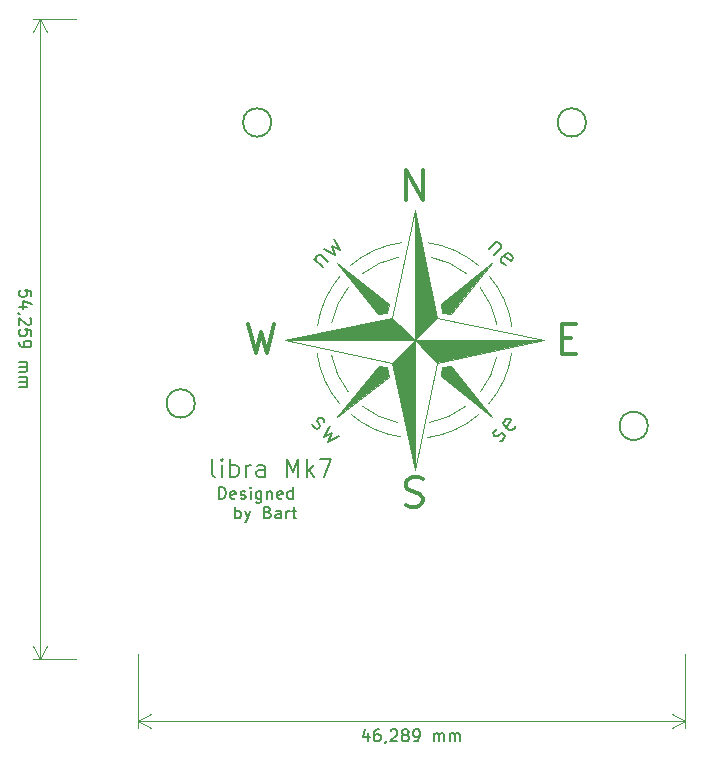
<source format=gbr>
G04 #@! TF.GenerationSoftware,KiCad,Pcbnew,5.1.8-1.fc33*
G04 #@! TF.CreationDate,2021-08-02T18:47:43+02:00*
G04 #@! TF.ProjectId,base24mm,62617365-3234-46d6-9d2e-6b696361645f,v2*
G04 #@! TF.SameCoordinates,Original*
G04 #@! TF.FileFunction,Legend,Top*
G04 #@! TF.FilePolarity,Positive*
%FSLAX46Y46*%
G04 Gerber Fmt 4.6, Leading zero omitted, Abs format (unit mm)*
G04 Created by KiCad (PCBNEW 5.1.8-1.fc33) date 2021-08-02 18:47:43*
%MOMM*%
%LPD*%
G01*
G04 APERTURE LIST*
%ADD10C,0.120000*%
%ADD11C,0.150000*%
%ADD12C,0.300000*%
%ADD13C,0.100000*%
%ADD14C,0.200000*%
G04 APERTURE END LIST*
D10*
X226573344Y-118226301D02*
G75*
G02*
X227975000Y-121325000I-5598344J-4398699D01*
G01*
X225373699Y-128223344D02*
G75*
G02*
X222275000Y-129625000I-4398699J5598344D01*
G01*
X215376656Y-127023699D02*
G75*
G02*
X213975000Y-123925000I5598344J4398699D01*
G01*
X216576301Y-117026656D02*
G75*
G02*
X219675000Y-115625000I4398699J-5598344D01*
G01*
X222398743Y-115631176D02*
G75*
G02*
X225400000Y-117025000I-1423743J-6993824D01*
G01*
X227968824Y-124048743D02*
G75*
G02*
X226575000Y-127050000I-6993824J1423743D01*
G01*
X219551257Y-129618824D02*
G75*
G02*
X216550000Y-128225000I1423743J6993824D01*
G01*
X213981176Y-121201257D02*
G75*
G02*
X215375000Y-118200000I6993824J-1423743D01*
G01*
X227320073Y-117229226D02*
G75*
G02*
X229250000Y-121525000I-6320073J-5420774D01*
G01*
X226420774Y-128970073D02*
G75*
G02*
X222125000Y-130900000I-5420774J6320073D01*
G01*
X214679927Y-128070774D02*
G75*
G02*
X212750000Y-123775000I6320073J5420774D01*
G01*
X215579226Y-116329927D02*
G75*
G02*
X219875000Y-114400000I5420774J-6320073D01*
G01*
X222169648Y-114410262D02*
G75*
G02*
X226400000Y-116325000I-1169648J-8214738D01*
G01*
X229214738Y-123794648D02*
G75*
G02*
X227300000Y-128025000I-8214738J1169648D01*
G01*
X219830352Y-130839738D02*
G75*
G02*
X215600000Y-128925000I1169648J8214738D01*
G01*
X212785262Y-121455352D02*
G75*
G02*
X214700000Y-117225000I8214738J-1169648D01*
G01*
D11*
X227995431Y-114265862D02*
X227288324Y-114972969D01*
X227894416Y-114366877D02*
X227995431Y-114366877D01*
X228146954Y-114417385D01*
X228298477Y-114568908D01*
X228348984Y-114720431D01*
X228298477Y-114871954D01*
X227742893Y-115427538D01*
X228702538Y-116286167D02*
X228551015Y-116235660D01*
X228348984Y-116033629D01*
X228298477Y-115882106D01*
X228348984Y-115730583D01*
X228753045Y-115326522D01*
X228904568Y-115276015D01*
X229056091Y-115326522D01*
X229258122Y-115528553D01*
X229308629Y-115680076D01*
X229258122Y-115831599D01*
X229157106Y-115932614D01*
X228551015Y-115528553D01*
X228222461Y-131211167D02*
X228373984Y-131160660D01*
X228576015Y-130958629D01*
X228626522Y-130807106D01*
X228576015Y-130655583D01*
X228525507Y-130605076D01*
X228373984Y-130554568D01*
X228222461Y-130605076D01*
X228070938Y-130756599D01*
X227919416Y-130807106D01*
X227767893Y-130756599D01*
X227717385Y-130706091D01*
X227666877Y-130554568D01*
X227717385Y-130403045D01*
X227868908Y-130251522D01*
X228020431Y-130201015D01*
X229535660Y-129897969D02*
X229485152Y-130049492D01*
X229283122Y-130251522D01*
X229131599Y-130302030D01*
X228980076Y-130251522D01*
X228576015Y-129847461D01*
X228525507Y-129695938D01*
X228576015Y-129544416D01*
X228778045Y-129342385D01*
X228929568Y-129291877D01*
X229081091Y-129342385D01*
X229182106Y-129443400D01*
X228778045Y-130049492D01*
X212337816Y-129771446D02*
X212388324Y-129922969D01*
X212590355Y-130125000D01*
X212741877Y-130175507D01*
X212893400Y-130125000D01*
X212943908Y-130074492D01*
X212994416Y-129922969D01*
X212943908Y-129771446D01*
X212792385Y-129619923D01*
X212741877Y-129468400D01*
X212792385Y-129316877D01*
X212842893Y-129266370D01*
X212994416Y-129215862D01*
X213145938Y-129266370D01*
X213297461Y-129417893D01*
X213347969Y-129569416D01*
X213802538Y-129922969D02*
X213297461Y-130832106D01*
X214004568Y-130529061D01*
X213701522Y-131236167D01*
X214610660Y-130731091D01*
X212514847Y-115755583D02*
X213221954Y-116462690D01*
X212615862Y-115856599D02*
X212615862Y-115755583D01*
X212666370Y-115604061D01*
X212817893Y-115452538D01*
X212969416Y-115402030D01*
X213120938Y-115452538D01*
X213676522Y-116008122D01*
X213373477Y-114896954D02*
X214282614Y-115402030D01*
X213979568Y-114694923D01*
X214686675Y-114997969D01*
X214181599Y-114088832D01*
D12*
X233454285Y-122481428D02*
X234287619Y-122481428D01*
X234644761Y-123790952D02*
X233454285Y-123790952D01*
X233454285Y-121290952D01*
X234644761Y-121290952D01*
X220275714Y-136651904D02*
X220632857Y-136770952D01*
X221228095Y-136770952D01*
X221466190Y-136651904D01*
X221585238Y-136532857D01*
X221704285Y-136294761D01*
X221704285Y-136056666D01*
X221585238Y-135818571D01*
X221466190Y-135699523D01*
X221228095Y-135580476D01*
X220751904Y-135461428D01*
X220513809Y-135342380D01*
X220394761Y-135223333D01*
X220275714Y-134985238D01*
X220275714Y-134747142D01*
X220394761Y-134509047D01*
X220513809Y-134390000D01*
X220751904Y-134270952D01*
X221347142Y-134270952D01*
X221704285Y-134390000D01*
X206938571Y-121270952D02*
X207533809Y-123770952D01*
X208010000Y-121985238D01*
X208486190Y-123770952D01*
X209081428Y-121270952D01*
X220285714Y-110780952D02*
X220285714Y-108280952D01*
X221714285Y-110780952D01*
X221714285Y-108280952D01*
D10*
X223300000Y-120350000D02*
X223200000Y-119550000D01*
X223300000Y-120350000D02*
X224050000Y-120450000D01*
D13*
G36*
X224050000Y-120450000D02*
G01*
X223300000Y-120350000D01*
X223200000Y-119550000D01*
X227550000Y-116100000D01*
X224050000Y-120450000D01*
G37*
X224050000Y-120450000D02*
X223300000Y-120350000D01*
X223200000Y-119550000D01*
X227550000Y-116100000D01*
X224050000Y-120450000D01*
D10*
X227550000Y-116100000D02*
X224050000Y-120450000D01*
X223200000Y-119550000D02*
X227550000Y-116100000D01*
X223300000Y-124950000D02*
X224100000Y-124850000D01*
X223300000Y-124950000D02*
X223200000Y-125700000D01*
D13*
G36*
X227550000Y-129200000D02*
G01*
X223200000Y-125700000D01*
X223300000Y-124950000D01*
X224100000Y-124850000D01*
X227550000Y-129200000D01*
G37*
X227550000Y-129200000D02*
X223200000Y-125700000D01*
X223300000Y-124950000D01*
X224100000Y-124850000D01*
X227550000Y-129200000D01*
D10*
X227550000Y-129200000D02*
X223200000Y-125700000D01*
X224100000Y-124850000D02*
X227550000Y-129200000D01*
X218700000Y-124950000D02*
X218800000Y-125750000D01*
X218700000Y-124950000D02*
X217950000Y-124850000D01*
D13*
G36*
X218700000Y-124950000D02*
G01*
X218800000Y-125750000D01*
X214450000Y-129200000D01*
X217950000Y-124850000D01*
X218700000Y-124950000D01*
G37*
X218700000Y-124950000D02*
X218800000Y-125750000D01*
X214450000Y-129200000D01*
X217950000Y-124850000D01*
X218700000Y-124950000D01*
D10*
X214450000Y-129200000D02*
X217950000Y-124850000D01*
X218800000Y-125750000D02*
X214450000Y-129200000D01*
D13*
G36*
X218800000Y-119600000D02*
G01*
X218700000Y-120350000D01*
X217900000Y-120450000D01*
X214450000Y-116100000D01*
X218800000Y-119600000D01*
G37*
X218800000Y-119600000D02*
X218700000Y-120350000D01*
X217900000Y-120450000D01*
X214450000Y-116100000D01*
X218800000Y-119600000D01*
D10*
X214450000Y-116100000D02*
X218800000Y-119600000D01*
X217900000Y-120450000D02*
X214450000Y-116100000D01*
X218700000Y-120350000D02*
X218800000Y-119600000D01*
X218700000Y-120350000D02*
X217900000Y-120450000D01*
X221000000Y-122650000D02*
X222900000Y-124550000D01*
X222900000Y-120750000D02*
X232000000Y-122650000D01*
X232000000Y-122650000D02*
X222900000Y-124550000D01*
D13*
G36*
X222900000Y-124550000D02*
G01*
X221000000Y-122650000D01*
X232000000Y-122650000D01*
X222900000Y-124550000D01*
G37*
X222900000Y-124550000D02*
X221000000Y-122650000D01*
X232000000Y-122650000D01*
X222900000Y-124550000D01*
D10*
X221000000Y-122650000D02*
X222900000Y-120750000D01*
X221000000Y-122650000D02*
X219100000Y-124550000D01*
X222900000Y-124550000D02*
X221000000Y-133650000D01*
X221000000Y-133650000D02*
X219100000Y-124550000D01*
D13*
G36*
X221000000Y-133650000D02*
G01*
X219100000Y-124550000D01*
X221000000Y-122650000D01*
X221000000Y-133650000D01*
G37*
X221000000Y-133650000D02*
X219100000Y-124550000D01*
X221000000Y-122650000D01*
X221000000Y-133650000D01*
D10*
X221000000Y-122650000D02*
X222900000Y-124550000D01*
X221000000Y-122650000D02*
X219100000Y-120750000D01*
X219100000Y-124550000D02*
X210000000Y-122650000D01*
X210000000Y-122650000D02*
X219100000Y-120750000D01*
D13*
G36*
X221000000Y-122650000D02*
G01*
X210000000Y-122650000D01*
X219100000Y-120750000D01*
X221000000Y-122650000D01*
G37*
X221000000Y-122650000D02*
X210000000Y-122650000D01*
X219100000Y-120750000D01*
X221000000Y-122650000D01*
D10*
X221000000Y-122650000D02*
X219100000Y-124550000D01*
D13*
G36*
X222900000Y-120750000D02*
G01*
X221000000Y-122650000D01*
X221000000Y-111650000D01*
X222900000Y-120750000D01*
G37*
X222900000Y-120750000D02*
X221000000Y-122650000D01*
X221000000Y-111650000D01*
X222900000Y-120750000D01*
D10*
X221000000Y-111650000D02*
X222900000Y-120750000D01*
X219100000Y-120750000D02*
X221000000Y-111650000D01*
X221000000Y-122650000D02*
X222900000Y-120750000D01*
X221000000Y-122650000D02*
X219100000Y-120750000D01*
D11*
X217074573Y-155947454D02*
X217074573Y-156614120D01*
X216836478Y-155566501D02*
X216598382Y-156280787D01*
X217217430Y-156280787D01*
X218026954Y-155614120D02*
X217836478Y-155614120D01*
X217741240Y-155661740D01*
X217693620Y-155709359D01*
X217598382Y-155852216D01*
X217550763Y-156042692D01*
X217550763Y-156423644D01*
X217598382Y-156518882D01*
X217646001Y-156566501D01*
X217741240Y-156614120D01*
X217931716Y-156614120D01*
X218026954Y-156566501D01*
X218074573Y-156518882D01*
X218122192Y-156423644D01*
X218122192Y-156185549D01*
X218074573Y-156090311D01*
X218026954Y-156042692D01*
X217931716Y-155995073D01*
X217741240Y-155995073D01*
X217646001Y-156042692D01*
X217598382Y-156090311D01*
X217550763Y-156185549D01*
X218598382Y-156566501D02*
X218598382Y-156614120D01*
X218550763Y-156709359D01*
X218503144Y-156756978D01*
X218979335Y-155709359D02*
X219026954Y-155661740D01*
X219122192Y-155614120D01*
X219360287Y-155614120D01*
X219455525Y-155661740D01*
X219503144Y-155709359D01*
X219550763Y-155804597D01*
X219550763Y-155899835D01*
X219503144Y-156042692D01*
X218931716Y-156614120D01*
X219550763Y-156614120D01*
X220122192Y-156042692D02*
X220026954Y-155995073D01*
X219979335Y-155947454D01*
X219931716Y-155852216D01*
X219931716Y-155804597D01*
X219979335Y-155709359D01*
X220026954Y-155661740D01*
X220122192Y-155614120D01*
X220312668Y-155614120D01*
X220407906Y-155661740D01*
X220455525Y-155709359D01*
X220503144Y-155804597D01*
X220503144Y-155852216D01*
X220455525Y-155947454D01*
X220407906Y-155995073D01*
X220312668Y-156042692D01*
X220122192Y-156042692D01*
X220026954Y-156090311D01*
X219979335Y-156137930D01*
X219931716Y-156233168D01*
X219931716Y-156423644D01*
X219979335Y-156518882D01*
X220026954Y-156566501D01*
X220122192Y-156614120D01*
X220312668Y-156614120D01*
X220407906Y-156566501D01*
X220455525Y-156518882D01*
X220503144Y-156423644D01*
X220503144Y-156233168D01*
X220455525Y-156137930D01*
X220407906Y-156090311D01*
X220312668Y-156042692D01*
X220979335Y-156614120D02*
X221169811Y-156614120D01*
X221265049Y-156566501D01*
X221312668Y-156518882D01*
X221407906Y-156376025D01*
X221455525Y-156185549D01*
X221455525Y-155804597D01*
X221407906Y-155709359D01*
X221360287Y-155661740D01*
X221265049Y-155614120D01*
X221074573Y-155614120D01*
X220979335Y-155661740D01*
X220931716Y-155709359D01*
X220884097Y-155804597D01*
X220884097Y-156042692D01*
X220931716Y-156137930D01*
X220979335Y-156185549D01*
X221074573Y-156233168D01*
X221265049Y-156233168D01*
X221360287Y-156185549D01*
X221407906Y-156137930D01*
X221455525Y-156042692D01*
X222646001Y-156614120D02*
X222646001Y-155947454D01*
X222646001Y-156042692D02*
X222693620Y-155995073D01*
X222788859Y-155947454D01*
X222931716Y-155947454D01*
X223026954Y-155995073D01*
X223074573Y-156090311D01*
X223074573Y-156614120D01*
X223074573Y-156090311D02*
X223122192Y-155995073D01*
X223217430Y-155947454D01*
X223360287Y-155947454D01*
X223455525Y-155995073D01*
X223503144Y-156090311D01*
X223503144Y-156614120D01*
X223979335Y-156614120D02*
X223979335Y-155947454D01*
X223979335Y-156042692D02*
X224026954Y-155995073D01*
X224122192Y-155947454D01*
X224265049Y-155947454D01*
X224360287Y-155995073D01*
X224407906Y-156090311D01*
X224407906Y-156614120D01*
X224407906Y-156090311D02*
X224455525Y-155995073D01*
X224550763Y-155947454D01*
X224693620Y-155947454D01*
X224788859Y-155995073D01*
X224836478Y-156090311D01*
X224836478Y-156614120D01*
D10*
X197596760Y-154891740D02*
X243885720Y-154891740D01*
X197596760Y-149263100D02*
X197596760Y-155478161D01*
X243885720Y-149263100D02*
X243885720Y-155478161D01*
X243885720Y-154891740D02*
X242759216Y-155478161D01*
X243885720Y-154891740D02*
X242759216Y-154305319D01*
X197596760Y-154891740D02*
X198723264Y-155478161D01*
X197596760Y-154891740D02*
X198723264Y-154305319D01*
D11*
X188535560Y-118941032D02*
X188535560Y-118464841D01*
X188059369Y-118417222D01*
X188106988Y-118464841D01*
X188154607Y-118560080D01*
X188154607Y-118798175D01*
X188106988Y-118893413D01*
X188059369Y-118941032D01*
X187964131Y-118988651D01*
X187726036Y-118988651D01*
X187630798Y-118941032D01*
X187583179Y-118893413D01*
X187535560Y-118798175D01*
X187535560Y-118560080D01*
X187583179Y-118464841D01*
X187630798Y-118417222D01*
X188202226Y-119845794D02*
X187535560Y-119845794D01*
X188583179Y-119607699D02*
X187868893Y-119369603D01*
X187868893Y-119988651D01*
X187583179Y-120417222D02*
X187535560Y-120417222D01*
X187440321Y-120369603D01*
X187392702Y-120321984D01*
X188440321Y-120798175D02*
X188487941Y-120845794D01*
X188535560Y-120941032D01*
X188535560Y-121179127D01*
X188487941Y-121274365D01*
X188440321Y-121321984D01*
X188345083Y-121369603D01*
X188249845Y-121369603D01*
X188106988Y-121321984D01*
X187535560Y-120750556D01*
X187535560Y-121369603D01*
X188535560Y-122274365D02*
X188535560Y-121798175D01*
X188059369Y-121750556D01*
X188106988Y-121798175D01*
X188154607Y-121893413D01*
X188154607Y-122131508D01*
X188106988Y-122226746D01*
X188059369Y-122274365D01*
X187964131Y-122321984D01*
X187726036Y-122321984D01*
X187630798Y-122274365D01*
X187583179Y-122226746D01*
X187535560Y-122131508D01*
X187535560Y-121893413D01*
X187583179Y-121798175D01*
X187630798Y-121750556D01*
X187535560Y-122798175D02*
X187535560Y-122988651D01*
X187583179Y-123083889D01*
X187630798Y-123131508D01*
X187773655Y-123226746D01*
X187964131Y-123274365D01*
X188345083Y-123274365D01*
X188440321Y-123226746D01*
X188487941Y-123179127D01*
X188535560Y-123083889D01*
X188535560Y-122893413D01*
X188487941Y-122798175D01*
X188440321Y-122750556D01*
X188345083Y-122702937D01*
X188106988Y-122702937D01*
X188011750Y-122750556D01*
X187964131Y-122798175D01*
X187916512Y-122893413D01*
X187916512Y-123083889D01*
X187964131Y-123179127D01*
X188011750Y-123226746D01*
X188106988Y-123274365D01*
X187535560Y-124464841D02*
X188202226Y-124464841D01*
X188106988Y-124464841D02*
X188154607Y-124512460D01*
X188202226Y-124607699D01*
X188202226Y-124750556D01*
X188154607Y-124845794D01*
X188059369Y-124893413D01*
X187535560Y-124893413D01*
X188059369Y-124893413D02*
X188154607Y-124941032D01*
X188202226Y-125036270D01*
X188202226Y-125179127D01*
X188154607Y-125274365D01*
X188059369Y-125321984D01*
X187535560Y-125321984D01*
X187535560Y-125798175D02*
X188202226Y-125798175D01*
X188106988Y-125798175D02*
X188154607Y-125845794D01*
X188202226Y-125941032D01*
X188202226Y-126083889D01*
X188154607Y-126179127D01*
X188059369Y-126226746D01*
X187535560Y-126226746D01*
X188059369Y-126226746D02*
X188154607Y-126274365D01*
X188202226Y-126369603D01*
X188202226Y-126512460D01*
X188154607Y-126607699D01*
X188059369Y-126655318D01*
X187535560Y-126655318D01*
D10*
X189257941Y-95430340D02*
X189257941Y-149689820D01*
X192356740Y-95430340D02*
X188671520Y-95430340D01*
X192356740Y-149689820D02*
X188671520Y-149689820D01*
X189257941Y-149689820D02*
X188671520Y-148563316D01*
X189257941Y-149689820D02*
X189844362Y-148563316D01*
X189257941Y-95430340D02*
X188671520Y-96556844D01*
X189257941Y-95430340D02*
X189844362Y-96556844D01*
D14*
X202400000Y-128010000D02*
G75*
G03*
X202400000Y-128010000I-1200000J0D01*
G01*
X235510000Y-104220000D02*
G75*
G03*
X235510000Y-104220000I-1200000J0D01*
G01*
X240750000Y-129910000D02*
G75*
G03*
X240750000Y-129910000I-1200000J0D01*
G01*
X208870000Y-104220000D02*
G75*
G03*
X208870000Y-104220000I-1200000J0D01*
G01*
D11*
X204455952Y-136102380D02*
X204455952Y-135102380D01*
X204694047Y-135102380D01*
X204836904Y-135150000D01*
X204932142Y-135245238D01*
X204979761Y-135340476D01*
X205027380Y-135530952D01*
X205027380Y-135673809D01*
X204979761Y-135864285D01*
X204932142Y-135959523D01*
X204836904Y-136054761D01*
X204694047Y-136102380D01*
X204455952Y-136102380D01*
X205836904Y-136054761D02*
X205741666Y-136102380D01*
X205551190Y-136102380D01*
X205455952Y-136054761D01*
X205408333Y-135959523D01*
X205408333Y-135578571D01*
X205455952Y-135483333D01*
X205551190Y-135435714D01*
X205741666Y-135435714D01*
X205836904Y-135483333D01*
X205884523Y-135578571D01*
X205884523Y-135673809D01*
X205408333Y-135769047D01*
X206265476Y-136054761D02*
X206360714Y-136102380D01*
X206551190Y-136102380D01*
X206646428Y-136054761D01*
X206694047Y-135959523D01*
X206694047Y-135911904D01*
X206646428Y-135816666D01*
X206551190Y-135769047D01*
X206408333Y-135769047D01*
X206313095Y-135721428D01*
X206265476Y-135626190D01*
X206265476Y-135578571D01*
X206313095Y-135483333D01*
X206408333Y-135435714D01*
X206551190Y-135435714D01*
X206646428Y-135483333D01*
X207122619Y-136102380D02*
X207122619Y-135435714D01*
X207122619Y-135102380D02*
X207075000Y-135150000D01*
X207122619Y-135197619D01*
X207170238Y-135150000D01*
X207122619Y-135102380D01*
X207122619Y-135197619D01*
X208027380Y-135435714D02*
X208027380Y-136245238D01*
X207979761Y-136340476D01*
X207932142Y-136388095D01*
X207836904Y-136435714D01*
X207694047Y-136435714D01*
X207598809Y-136388095D01*
X208027380Y-136054761D02*
X207932142Y-136102380D01*
X207741666Y-136102380D01*
X207646428Y-136054761D01*
X207598809Y-136007142D01*
X207551190Y-135911904D01*
X207551190Y-135626190D01*
X207598809Y-135530952D01*
X207646428Y-135483333D01*
X207741666Y-135435714D01*
X207932142Y-135435714D01*
X208027380Y-135483333D01*
X208503571Y-135435714D02*
X208503571Y-136102380D01*
X208503571Y-135530952D02*
X208551190Y-135483333D01*
X208646428Y-135435714D01*
X208789285Y-135435714D01*
X208884523Y-135483333D01*
X208932142Y-135578571D01*
X208932142Y-136102380D01*
X209789285Y-136054761D02*
X209694047Y-136102380D01*
X209503571Y-136102380D01*
X209408333Y-136054761D01*
X209360714Y-135959523D01*
X209360714Y-135578571D01*
X209408333Y-135483333D01*
X209503571Y-135435714D01*
X209694047Y-135435714D01*
X209789285Y-135483333D01*
X209836904Y-135578571D01*
X209836904Y-135673809D01*
X209360714Y-135769047D01*
X210694047Y-136102380D02*
X210694047Y-135102380D01*
X210694047Y-136054761D02*
X210598809Y-136102380D01*
X210408333Y-136102380D01*
X210313095Y-136054761D01*
X210265476Y-136007142D01*
X210217857Y-135911904D01*
X210217857Y-135626190D01*
X210265476Y-135530952D01*
X210313095Y-135483333D01*
X210408333Y-135435714D01*
X210598809Y-135435714D01*
X210694047Y-135483333D01*
X205813095Y-137752380D02*
X205813095Y-136752380D01*
X205813095Y-137133333D02*
X205908333Y-137085714D01*
X206098809Y-137085714D01*
X206194047Y-137133333D01*
X206241666Y-137180952D01*
X206289285Y-137276190D01*
X206289285Y-137561904D01*
X206241666Y-137657142D01*
X206194047Y-137704761D01*
X206098809Y-137752380D01*
X205908333Y-137752380D01*
X205813095Y-137704761D01*
X206622619Y-137085714D02*
X206860714Y-137752380D01*
X207098809Y-137085714D02*
X206860714Y-137752380D01*
X206765476Y-137990476D01*
X206717857Y-138038095D01*
X206622619Y-138085714D01*
X208575000Y-137228571D02*
X208717857Y-137276190D01*
X208765476Y-137323809D01*
X208813095Y-137419047D01*
X208813095Y-137561904D01*
X208765476Y-137657142D01*
X208717857Y-137704761D01*
X208622619Y-137752380D01*
X208241666Y-137752380D01*
X208241666Y-136752380D01*
X208575000Y-136752380D01*
X208670238Y-136800000D01*
X208717857Y-136847619D01*
X208765476Y-136942857D01*
X208765476Y-137038095D01*
X208717857Y-137133333D01*
X208670238Y-137180952D01*
X208575000Y-137228571D01*
X208241666Y-137228571D01*
X209670238Y-137752380D02*
X209670238Y-137228571D01*
X209622619Y-137133333D01*
X209527380Y-137085714D01*
X209336904Y-137085714D01*
X209241666Y-137133333D01*
X209670238Y-137704761D02*
X209575000Y-137752380D01*
X209336904Y-137752380D01*
X209241666Y-137704761D01*
X209194047Y-137609523D01*
X209194047Y-137514285D01*
X209241666Y-137419047D01*
X209336904Y-137371428D01*
X209575000Y-137371428D01*
X209670238Y-137323809D01*
X210146428Y-137752380D02*
X210146428Y-137085714D01*
X210146428Y-137276190D02*
X210194047Y-137180952D01*
X210241666Y-137133333D01*
X210336904Y-137085714D01*
X210432142Y-137085714D01*
X210622619Y-137085714D02*
X211003571Y-137085714D01*
X210765476Y-136752380D02*
X210765476Y-137609523D01*
X210813095Y-137704761D01*
X210908333Y-137752380D01*
X211003571Y-137752380D01*
D14*
X204100000Y-134203571D02*
X203957142Y-134132142D01*
X203885714Y-133989285D01*
X203885714Y-132703571D01*
X204671428Y-134203571D02*
X204671428Y-133203571D01*
X204671428Y-132703571D02*
X204600000Y-132775000D01*
X204671428Y-132846428D01*
X204742857Y-132775000D01*
X204671428Y-132703571D01*
X204671428Y-132846428D01*
X205385714Y-134203571D02*
X205385714Y-132703571D01*
X205385714Y-133275000D02*
X205528571Y-133203571D01*
X205814285Y-133203571D01*
X205957142Y-133275000D01*
X206028571Y-133346428D01*
X206100000Y-133489285D01*
X206100000Y-133917857D01*
X206028571Y-134060714D01*
X205957142Y-134132142D01*
X205814285Y-134203571D01*
X205528571Y-134203571D01*
X205385714Y-134132142D01*
X206742857Y-134203571D02*
X206742857Y-133203571D01*
X206742857Y-133489285D02*
X206814285Y-133346428D01*
X206885714Y-133275000D01*
X207028571Y-133203571D01*
X207171428Y-133203571D01*
X208314285Y-134203571D02*
X208314285Y-133417857D01*
X208242857Y-133275000D01*
X208100000Y-133203571D01*
X207814285Y-133203571D01*
X207671428Y-133275000D01*
X208314285Y-134132142D02*
X208171428Y-134203571D01*
X207814285Y-134203571D01*
X207671428Y-134132142D01*
X207600000Y-133989285D01*
X207600000Y-133846428D01*
X207671428Y-133703571D01*
X207814285Y-133632142D01*
X208171428Y-133632142D01*
X208314285Y-133560714D01*
X210171428Y-134203571D02*
X210171428Y-132703571D01*
X210671428Y-133775000D01*
X211171428Y-132703571D01*
X211171428Y-134203571D01*
X211885714Y-134203571D02*
X211885714Y-132703571D01*
X212028571Y-133632142D02*
X212457142Y-134203571D01*
X212457142Y-133203571D02*
X211885714Y-133775000D01*
X212957142Y-132703571D02*
X213957142Y-132703571D01*
X213314285Y-134203571D01*
M02*

</source>
